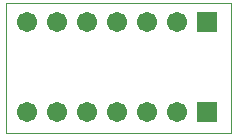
<source format=gbs>
G04 Layer_Color=16711935*
%FSLAX44Y44*%
%MOMM*%
G71*
G01*
G75*
%ADD15C,0.1016*%
%ADD27C,1.7032*%
%ADD28R,1.7032X1.7032*%
D15*
X860000Y650000D02*
X860000Y540000D01*
X860000Y650000D02*
X1050000D01*
X1050000Y650000D02*
X1050000Y650000D01*
X1050000Y540000D02*
Y650000D01*
X860000Y540000D02*
X1050000D01*
D27*
X877860Y633730D02*
D03*
X903260D02*
D03*
X928660D02*
D03*
X954060D02*
D03*
X1004860D02*
D03*
X979460D02*
D03*
X877600Y557530D02*
D03*
X903000D02*
D03*
X928400D02*
D03*
X953800D02*
D03*
X1004600D02*
D03*
X979200D02*
D03*
D28*
X1030260Y633730D02*
D03*
X1030000Y557530D02*
D03*
M02*

</source>
